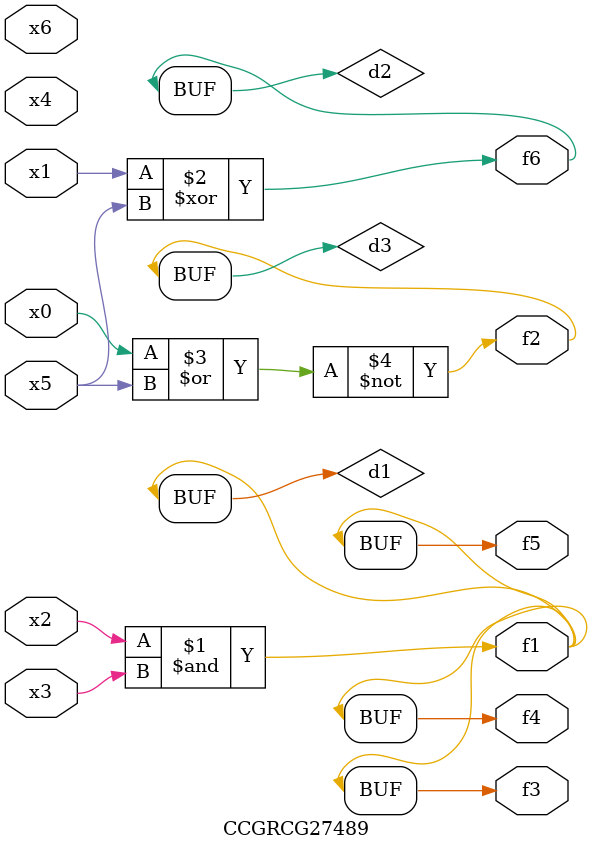
<source format=v>
module CCGRCG27489(
	input x0, x1, x2, x3, x4, x5, x6,
	output f1, f2, f3, f4, f5, f6
);

	wire d1, d2, d3;

	and (d1, x2, x3);
	xor (d2, x1, x5);
	nor (d3, x0, x5);
	assign f1 = d1;
	assign f2 = d3;
	assign f3 = d1;
	assign f4 = d1;
	assign f5 = d1;
	assign f6 = d2;
endmodule

</source>
